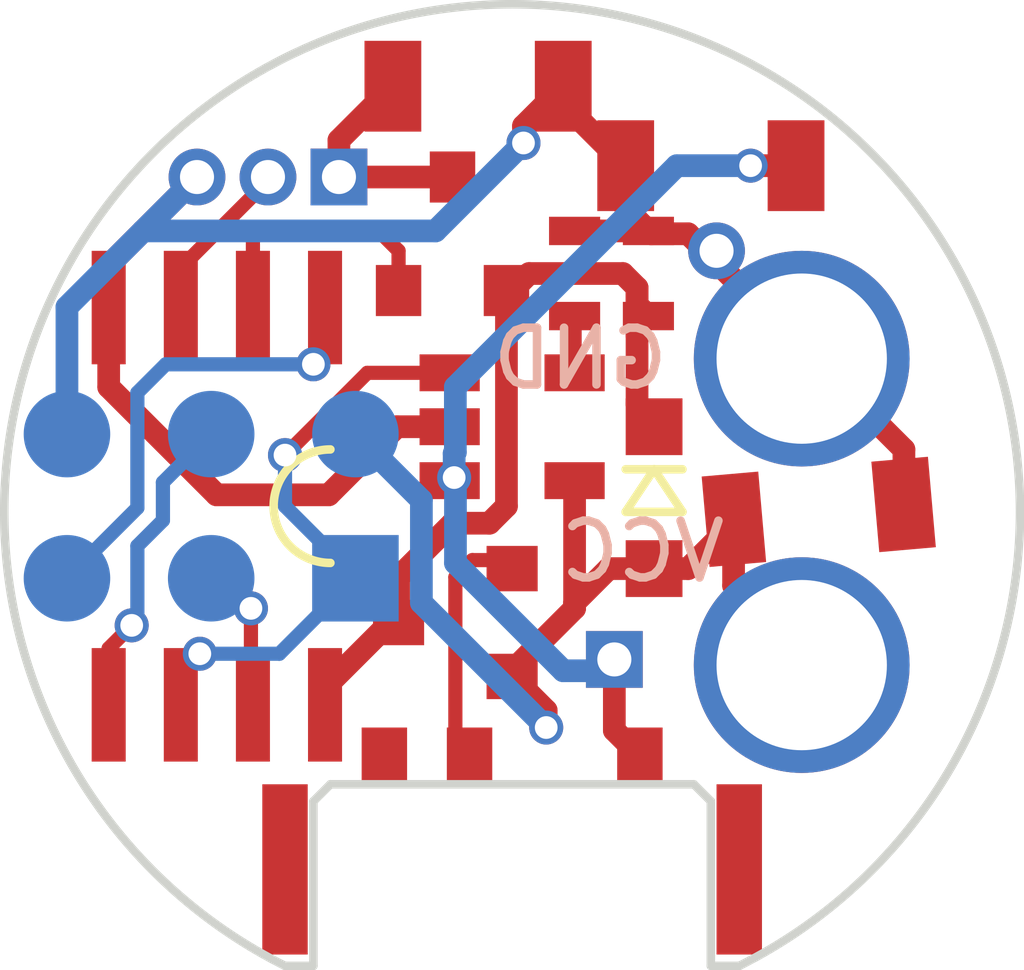
<source format=kicad_pcb>
(kicad_pcb (version 4) (host pcbnew 4.0.6+dfsg1-1)

  (general
    (links 33)
    (no_connects 0)
    (area -9.019273 -9.019273 9.019273 8.075001)
    (thickness 0.6)
    (drawings 8)
    (tracks 121)
    (zones 0)
    (modules 16)
    (nets 15)
  )

  (page A4)
  (layers
    (0 F.Cu signal)
    (31 B.Cu signal)
    (32 B.Adhes user)
    (33 F.Adhes user)
    (34 B.Paste user)
    (35 F.Paste user)
    (36 B.SilkS user)
    (37 F.SilkS user)
    (38 B.Mask user)
    (39 F.Mask user)
    (40 Dwgs.User user)
    (41 Cmts.User user)
    (42 Eco1.User user)
    (43 Eco2.User user)
    (44 Edge.Cuts user)
    (45 Margin user)
    (46 B.CrtYd user)
    (47 F.CrtYd user)
    (48 B.Fab user)
    (49 F.Fab user)
  )

  (setup
    (last_trace_width 0.25)
    (trace_clearance 0.2)
    (zone_clearance 0)
    (zone_45_only no)
    (trace_min 0.2)
    (segment_width 0.15)
    (edge_width 0.15)
    (via_size 0.6)
    (via_drill 0.4)
    (via_min_size 0.4)
    (via_min_drill 0.3)
    (uvia_size 0.3)
    (uvia_drill 0.1)
    (uvias_allowed no)
    (uvia_min_size 0.2)
    (uvia_min_drill 0.1)
    (pcb_text_width 0.3)
    (pcb_text_size 1.5 1.5)
    (mod_edge_width 0.15)
    (mod_text_size 1 1)
    (mod_text_width 0.15)
    (pad_size 3.8 3.8)
    (pad_drill 3)
    (pad_to_mask_clearance 0.2)
    (aux_axis_origin 0 0)
    (visible_elements FFFFFF7F)
    (pcbplotparams
      (layerselection 0x010f0_80000001)
      (usegerberextensions true)
      (excludeedgelayer true)
      (linewidth 0.100000)
      (plotframeref false)
      (viasonmask false)
      (mode 1)
      (useauxorigin false)
      (hpglpennumber 1)
      (hpglpenspeed 20)
      (hpglpendiameter 15)
      (hpglpenoverlay 2)
      (psnegative false)
      (psa4output false)
      (plotreference true)
      (plotvalue true)
      (plotinvisibletext false)
      (padsonsilk false)
      (subtractmaskfromsilk false)
      (outputformat 1)
      (mirror false)
      (drillshape 0)
      (scaleselection 1)
      (outputdirectory gerb/))
  )

  (net 0 "")
  (net 1 /VIN)
  (net 2 GND)
  (net 3 /RST)
  (net 4 /SCK)
  (net 5 /MISO)
  (net 6 /MOSI)
  (net 7 /PWRSW)
  (net 8 /DOUT)
  (net 9 /VLED)
  (net 10 /VBAT)
  (net 11 /VCC)
  (net 12 /PROG)
  (net 13 "Net-(Q1-Pad2)")
  (net 14 "Net-(SW1-Pad1)")

  (net_class Default "This is the default net class."
    (clearance 0.2)
    (trace_width 0.25)
    (via_dia 0.6)
    (via_drill 0.4)
    (uvia_dia 0.3)
    (uvia_drill 0.1)
    (add_net /DOUT)
    (add_net /MISO)
    (add_net /MOSI)
    (add_net /PROG)
    (add_net /PWRSW)
    (add_net /RST)
    (add_net /SCK)
    (add_net "Net-(Q1-Pad2)")
    (add_net "Net-(SW1-Pad1)")
  )

  (net_class power ""
    (clearance 0.2)
    (trace_width 0.4)
    (via_dia 0.6)
    (via_drill 0.4)
    (uvia_dia 0.3)
    (uvia_drill 0.1)
    (add_net /VBAT)
    (add_net /VCC)
    (add_net /VIN)
    (add_net /VLED)
    (add_net GND)
  )

  (module SMD_Packages:Conn-3 (layer F.Cu) (tedit 59C4362A) (tstamp 59C6C053)
    (at 0 4.8)
    (path /59C4106F)
    (attr smd)
    (fp_text reference SW1 (at 0.1 6.1) (layer F.SilkS) hide
      (effects (font (size 1 1) (thickness 0.15)))
    )
    (fp_text value CONN_01X03 (at 0 4.3) (layer F.Fab) hide
      (effects (font (size 1 1) (thickness 0.15)))
    )
    (pad 3 smd rect (at 2.25 -0.5) (size 0.8 1) (layers F.Cu F.Paste F.Mask)
      (net 10 /VBAT))
    (pad 2 smd rect (at -0.75 -0.5) (size 0.8 1) (layers F.Cu F.Paste F.Mask)
      (net 13 "Net-(Q1-Pad2)"))
    (pad 1 smd rect (at -2.25 -0.5) (size 0.8 1) (layers F.Cu F.Paste F.Mask)
      (net 14 "Net-(SW1-Pad1)"))
    (pad "" smd rect (at 4 1.5) (size 0.8 3) (layers F.Cu F.Paste F.Mask))
    (pad "" smd rect (at -4 1.5) (size 0.8 3) (layers F.Cu F.Paste F.Mask))
  )

  (module Pin_Headers:Pin_Header_Straight_1x02_Pitch2.54mm (layer F.Cu) (tedit 59C62F62) (tstamp 59C6C04A)
    (at 1.8 2.6 90)
    (descr "Through hole straight pin header, 1x02, 2.54mm pitch, single row")
    (tags "Through hole pin header THT 1x02 2.54mm single row")
    (path /5898F9DF)
    (fp_text reference P3 (at 0 -2.39 90) (layer F.SilkS) hide
      (effects (font (size 1 1) (thickness 0.15)))
    )
    (fp_text value BATT (at 0 4.93 90) (layer F.Fab) hide
      (effects (font (size 1 1) (thickness 0.15)))
    )
    (pad 1 thru_hole rect (at 0 0 90) (size 1 1) (drill 0.6) (layers *.Cu *.Mask)
      (net 10 /VBAT))
    (pad 2 thru_hole oval (at 7.2 1.8 90) (size 1 1) (drill 0.6) (layers *.Cu *.Mask)
      (net 2 GND))
  )

  (module Pin_Headers:Pin_Header_Straight_1x03_Pitch2.54mm (layer F.Cu) (tedit 59C42A24) (tstamp 59C6C036)
    (at -3.050001 -5.9 270)
    (descr "Through hole straight pin header, 1x03, 2.54mm pitch, single row")
    (tags "Through hole pin header THT 1x03 2.54mm single row")
    (path /5898FABF)
    (fp_text reference P1 (at 0 -2.39 270) (layer F.SilkS) hide
      (effects (font (size 1 1) (thickness 0.15)))
    )
    (fp_text value LEDBALL (at 0 7.47 270) (layer F.Fab) hide
      (effects (font (size 1 1) (thickness 0.15)))
    )
    (pad 1 thru_hole rect (at 0 0 270) (size 1 1) (drill 0.6) (layers *.Cu *.Mask)
      (net 9 /VLED))
    (pad 2 thru_hole oval (at 0 1.25 270) (size 1 1) (drill 0.6) (layers *.Cu *.Mask)
      (net 8 /DOUT))
    (pad 3 thru_hole oval (at 0 2.5 270) (size 1 1) (drill 0.6) (layers *.Cu *.Mask)
      (net 2 GND))
  )

  (module Pin_Headers:Pin_Header_Straight_1x01_Pitch2.54mm (layer B.Cu) (tedit 59C41BEB) (tstamp 59C6C021)
    (at 5.1 -2.7)
    (descr "Through hole straight pin header, 1x01, 2.54mm pitch, single row")
    (tags "Through hole pin header THT 1x01 2.54mm single row")
    (path /59C40D58)
    (fp_text reference GND (at -3.9 0) (layer B.SilkS)
      (effects (font (size 1 1) (thickness 0.15)) (justify mirror))
    )
    (fp_text value CONN_01X01 (at 0 -2.39) (layer B.Fab) hide
      (effects (font (size 1 1) (thickness 0.15)) (justify mirror))
    )
    (pad 1 thru_hole circle (at 0 0) (size 3.8 3.8) (drill 3) (layers *.Cu *.Mask)
      (net 2 GND))
  )

  (module Pin_Headers:Pin_Header_Straight_1x01_Pitch2.54mm (layer B.Cu) (tedit 59C41BE5) (tstamp 59C6C00E)
    (at 5.1 2.7 180)
    (descr "Through hole straight pin header, 1x01, 2.54mm pitch, single row")
    (tags "Through hole pin header THT 1x01 2.54mm single row")
    (path /59C40CAD)
    (fp_text reference VCC (at 2.8 2 180) (layer B.SilkS)
      (effects (font (size 1 1) (thickness 0.15)) (justify mirror))
    )
    (fp_text value CONN_01X01 (at 0 -2.39 180) (layer B.Fab) hide
      (effects (font (size 1 1) (thickness 0.15)) (justify mirror))
    )
    (pad 1 thru_hole circle (at 0 0 180) (size 3.8 3.8) (drill 3) (layers *.Cu *.Mask)
      (net 1 /VIN))
  )

  (module soic8:SO8E (layer F.Cu) (tedit 589CAF75) (tstamp 5899092B)
    (at -5.2 -0.1 180)
    (descr "module CMS SOJ 8 pins etroit")
    (tags "CMS SOJ")
    (path /5898F0F4)
    (attr smd)
    (fp_text reference IC1 (at 0 -0.889 180) (layer F.SilkS) hide
      (effects (font (size 1.143 1.143) (thickness 0.1524)))
    )
    (fp_text value ATTINY85-S (at 0 1.016 180) (layer F.SilkS) hide
      (effects (font (size 0.889 0.889) (thickness 0.1524)))
    )
    (fp_arc (start -2 0) (end -1 0) (angle 90) (layer F.SilkS) (width 0.15))
    (fp_arc (start -2 0) (end -2 -1) (angle 90) (layer F.SilkS) (width 0.15))
    (pad 8 smd rect (at -1.905 -3.5 180) (size 0.59944 2) (layers F.Cu F.Paste F.Mask)
      (net 11 /VCC))
    (pad 1 smd rect (at -1.905 3.5 180) (size 0.59944 2) (layers F.Cu F.Paste F.Mask)
      (net 3 /RST))
    (pad 7 smd rect (at -0.635 -3.5 180) (size 0.59944 2) (layers F.Cu F.Paste F.Mask)
      (net 4 /SCK))
    (pad 6 smd rect (at 0.635 -3.5 180) (size 0.59944 2) (layers F.Cu F.Paste F.Mask)
      (net 5 /MISO))
    (pad 5 smd rect (at 1.905 -3.5 180) (size 0.59944 2) (layers F.Cu F.Paste F.Mask)
      (net 6 /MOSI))
    (pad 2 smd rect (at -0.635 3.5 180) (size 0.59944 2) (layers F.Cu F.Paste F.Mask)
      (net 7 /PWRSW))
    (pad 3 smd rect (at 0.635 3.5 180) (size 0.59944 2) (layers F.Cu F.Paste F.Mask)
      (net 8 /DOUT))
    (pad 4 smd rect (at 1.905 3.5 180) (size 0.59944 2) (layers F.Cu F.Paste F.Mask)
      (net 2 GND))
    (model Housings_SOIC.3dshapes/SOIJ-8_5.3x5.3mm_Pitch1.27mm.wrl
      (at (xyz 0 0 0))
      (scale (xyz 1 1 1))
      (rotate (xyz 0 0 90))
    )
  )

  (module Capacitors_SMD:C_1206 (layer F.Cu) (tedit 58991F5E) (tstamp 589908E9)
    (at 5.4 0 5)
    (descr "Capacitor SMD 1206, reflow soldering, AVX (see smccp.pdf)")
    (tags "capacitor 1206")
    (path /58990F90)
    (attr smd)
    (fp_text reference C1 (at 0 -2.3 5) (layer F.SilkS) hide
      (effects (font (size 1 1) (thickness 0.15)))
    )
    (fp_text value 4u7 (at 0 2.3 5) (layer F.Fab) hide
      (effects (font (size 1 1) (thickness 0.15)))
    )
    (pad 1 smd rect (at -1.5 0 5) (size 1 1.6) (layers F.Cu F.Paste F.Mask)
      (net 1 /VIN))
    (pad 2 smd rect (at 1.5 0 5) (size 1 1.6) (layers F.Cu F.Paste F.Mask)
      (net 2 GND))
    (model Capacitors_SMD.3dshapes/C_1206.wrl
      (at (xyz 0 0 0))
      (scale (xyz 1 1 1))
      (rotate (xyz 0 0 0))
    )
  )

  (module Capacitors_SMD:C_0603 (layer F.Cu) (tedit 589D2177) (tstamp 589D2405)
    (at 2.4 -4.2 90)
    (descr "Capacitor SMD 0603, reflow soldering, AVX (see smccp.pdf)")
    (tags "capacitor 0603")
    (path /589D7C16)
    (attr smd)
    (fp_text reference C4 (at 0 -1.9 90) (layer F.SilkS) hide
      (effects (font (size 1 1) (thickness 0.15)))
    )
    (fp_text value 100n (at 0 1.9 90) (layer F.Fab) hide
      (effects (font (size 1 1) (thickness 0.15)))
    )
    (pad 1 smd rect (at -0.75 0 90) (size 0.5 0.9) (layers F.Cu F.Paste F.Mask)
      (net 11 /VCC))
    (pad 2 smd rect (at 0.75 0 90) (size 0.5 0.9) (layers F.Cu F.Paste F.Mask)
      (net 2 GND))
    (model Capacitors_SMD.3dshapes/C_0603.wrl
      (at (xyz 0 0 0))
      (scale (xyz 1 1 1))
      (rotate (xyz 0 0 0))
    )
  )

  (module TO_SOT_Packages_SMD:SOT-23-5 (layer F.Cu) (tedit 5899346D) (tstamp 58990E15)
    (at 0 -1.5)
    (descr "5-pin SOT23 package")
    (tags SOT-23-5)
    (path /5898F60F)
    (attr smd)
    (fp_text reference U1 (at 0 -2.9) (layer F.SilkS) hide
      (effects (font (size 1 1) (thickness 0.15)))
    )
    (fp_text value MCP73831 (at 0 2.9) (layer F.Fab) hide
      (effects (font (size 1 1) (thickness 0.15)))
    )
    (pad 1 smd rect (at -1.1 -0.95) (size 1.06 0.65) (layers F.Cu F.Paste F.Mask)
      (net 5 /MISO))
    (pad 2 smd rect (at -1.1 0) (size 1.06 0.65) (layers F.Cu F.Paste F.Mask)
      (net 2 GND))
    (pad 3 smd rect (at -1.1 0.95) (size 1.06 0.65) (layers F.Cu F.Paste F.Mask)
      (net 10 /VBAT))
    (pad 4 smd rect (at 1.1 0.95) (size 1.06 0.65) (layers F.Cu F.Paste F.Mask)
      (net 1 /VIN))
    (pad 5 smd rect (at 1.1 -0.95) (size 1.06 0.65) (layers F.Cu F.Paste F.Mask)
      (net 12 /PROG))
    (model TO_SOT_Packages_SMD.3dshapes/SOT-23-5.wrl
      (at (xyz 0 0 0))
      (scale (xyz 1 1 1))
      (rotate (xyz 0 0 0))
    )
  )

  (module Diodes_SMD:SOD-323_HandSoldering (layer F.Cu) (tedit 589CF8E8) (tstamp 5899091F)
    (at 2.5 -0.250001 270)
    (descr SOD-323)
    (tags SOD-323)
    (path /5898F7E4)
    (attr smd)
    (fp_text reference D1 (at 0 -1.85 270) (layer F.SilkS) hide
      (effects (font (size 1 1) (thickness 0.15)))
    )
    (fp_text value D_Schottky (at 0.1 1.9 270) (layer F.Fab) hide
      (effects (font (size 1 1) (thickness 0.15)))
    )
    (fp_line (start -0.5 0) (end 0.25 -0.5) (layer F.SilkS) (width 0.15))
    (fp_line (start 0.25 -0.5) (end 0.25 0.5) (layer F.SilkS) (width 0.15))
    (fp_line (start 0.25 0.5) (end -0.5 0) (layer F.SilkS) (width 0.15))
    (fp_line (start -0.5 -0.5) (end -0.5 0.5) (layer F.SilkS) (width 0.15))
    (pad 1 smd rect (at -1.25 0 270) (size 1 1) (layers F.Cu F.Paste F.Mask)
      (net 11 /VCC))
    (pad 2 smd rect (at 1.25 0 270) (size 1 1) (layers F.Cu F.Paste F.Mask)
      (net 1 /VIN))
    (model Diodes_SMD.3dshapes/SOD-323.wrl
      (at (xyz 0 0 0))
      (scale (xyz 1 1 1))
      (rotate (xyz 0 0 180))
    )
  )

  (module Resistors_SMD:R_0603 (layer F.Cu) (tedit 589BB010) (tstamp 58990961)
    (at 1.1 -4.2 270)
    (descr "Resistor SMD 0603, reflow soldering, Vishay (see dcrcw.pdf)")
    (tags "resistor 0603")
    (path /58990110)
    (attr smd)
    (fp_text reference R1 (at 0 -1.9 270) (layer F.SilkS) hide
      (effects (font (size 1 1) (thickness 0.15)))
    )
    (fp_text value 15K (at 0 1.9 270) (layer F.Fab) hide
      (effects (font (size 1 1) (thickness 0.15)))
    )
    (pad 1 smd rect (at -0.75 0 270) (size 0.5 0.9) (layers F.Cu F.Paste F.Mask)
      (net 2 GND))
    (pad 2 smd rect (at 0.75 0 270) (size 0.5 0.9) (layers F.Cu F.Paste F.Mask)
      (net 12 /PROG))
    (model Resistors_SMD.3dshapes/R_0603.wrl
      (at (xyz 0 0 0))
      (scale (xyz 1 1 1))
      (rotate (xyz 0 0 0))
    )
  )

  (module TO_SOT_Packages_SMD:SOT-23 (layer F.Cu) (tedit 589934AF) (tstamp 5899093E)
    (at -1 1.95 180)
    (descr "SOT-23, Standard")
    (tags SOT-23)
    (path /5898F25B)
    (attr smd)
    (fp_text reference Q1 (at 0 -2.5 180) (layer F.SilkS) hide
      (effects (font (size 1 1) (thickness 0.15)))
    )
    (fp_text value "AO2401-P Mosfet" (at 0 2.5 180) (layer F.Fab) hide
      (effects (font (size 1 1) (thickness 0.15)))
    )
    (pad 1 smd rect (at -1 -0.95 180) (size 0.9 0.8) (layers F.Cu F.Paste F.Mask)
      (net 1 /VIN))
    (pad 2 smd rect (at -1 0.95 180) (size 0.9 0.8) (layers F.Cu F.Paste F.Mask)
      (net 13 "Net-(Q1-Pad2)"))
    (pad 3 smd rect (at 1 0 180) (size 0.9 0.8) (layers F.Cu F.Paste F.Mask)
      (net 11 /VCC))
    (model TO_SOT_Packages_SMD.3dshapes/SOT-23.wrl
      (at (xyz 0 0 0))
      (scale (xyz 1 1 1))
      (rotate (xyz 0 0 90))
    )
  )

  (module Capacitors_SMD:C_1206 (layer F.Cu) (tedit 58991F74) (tstamp 589908F9)
    (at -0.6 -7.5)
    (descr "Capacitor SMD 1206, reflow soldering, AVX (see smccp.pdf)")
    (tags "capacitor 1206")
    (path /58992AB6)
    (attr smd)
    (fp_text reference C2 (at 0 -2.3) (layer F.SilkS) hide
      (effects (font (size 1 1) (thickness 0.15)))
    )
    (fp_text value 4u7 (at 0 2.3) (layer F.Fab) hide
      (effects (font (size 1 1) (thickness 0.15)))
    )
    (pad 1 smd rect (at -1.5 0) (size 1 1.6) (layers F.Cu F.Paste F.Mask)
      (net 9 /VLED))
    (pad 2 smd rect (at 1.5 0) (size 1 1.6) (layers F.Cu F.Paste F.Mask)
      (net 2 GND))
    (model Capacitors_SMD.3dshapes/C_1206.wrl
      (at (xyz 0 0 0))
      (scale (xyz 1 1 1))
      (rotate (xyz 0 0 0))
    )
  )

  (module Capacitors_SMD:C_1206 (layer F.Cu) (tedit 589920CE) (tstamp 58990909)
    (at 3.5 -6.1 180)
    (descr "Capacitor SMD 1206, reflow soldering, AVX (see smccp.pdf)")
    (tags "capacitor 1206")
    (path /58992D26)
    (attr smd)
    (fp_text reference C3 (at 0 -2.3 180) (layer F.SilkS) hide
      (effects (font (size 1 1) (thickness 0.15)))
    )
    (fp_text value 4u7 (at 0 2.3 180) (layer F.Fab) hide
      (effects (font (size 1 1) (thickness 0.15)))
    )
    (pad 1 smd rect (at -1.5 0 180) (size 1 1.6) (layers F.Cu F.Paste F.Mask)
      (net 10 /VBAT))
    (pad 2 smd rect (at 1.5 0 180) (size 1 1.6) (layers F.Cu F.Paste F.Mask)
      (net 2 GND))
    (model Capacitors_SMD.3dshapes/C_1206.wrl
      (at (xyz 0 0 0))
      (scale (xyz 1 1 1))
      (rotate (xyz 0 0 0))
    )
  )

  (module TO_SOT_Packages_SMD:SOT-23 (layer F.Cu) (tedit 58992D70) (tstamp 58990951)
    (at -1.05 -4.9 90)
    (descr "SOT-23, Standard")
    (tags SOT-23)
    (path /58991991)
    (attr smd)
    (fp_text reference Q2 (at 0 -2.5 90) (layer F.SilkS) hide
      (effects (font (size 1 1) (thickness 0.15)))
    )
    (fp_text value "AO2401-P Mosfet" (at 0 2.5 90) (layer F.Fab) hide
      (effects (font (size 1 1) (thickness 0.15)))
    )
    (pad 1 smd rect (at -1 -0.95 90) (size 0.9 0.8) (layers F.Cu F.Paste F.Mask)
      (net 7 /PWRSW))
    (pad 2 smd rect (at -1 0.95 90) (size 0.9 0.8) (layers F.Cu F.Paste F.Mask)
      (net 11 /VCC))
    (pad 3 smd rect (at 1 0 90) (size 0.9 0.8) (layers F.Cu F.Paste F.Mask)
      (net 9 /VLED))
    (model TO_SOT_Packages_SMD.3dshapes/SOT-23.wrl
      (at (xyz 0 0 0))
      (scale (xyz 1 1 1))
      (rotate (xyz 0 0 90))
    )
  )

  (module avr:pin_array_3x2 (layer B.Cu) (tedit 5527C087) (tstamp 589B5716)
    (at -5.3 -0.1 180)
    (descr "Double rangee de contacts 2 x 4 pins")
    (tags CONN)
    (path /5898F050)
    (fp_text reference CON1 (at 0 3.81 180) (layer B.SilkS) hide
      (effects (font (size 1.016 1.016) (thickness 0.2032)) (justify mirror))
    )
    (fp_text value AVR-ISP-6 (at 0 -3.81 180) (layer B.SilkS) hide
      (effects (font (size 1.016 1.016) (thickness 0.2032)) (justify mirror))
    )
    (pad 1 smd rect (at -2.54 -1.27 180) (size 1.524 1.524) (layers B.Cu B.Paste B.Mask)
      (net 5 /MISO))
    (pad 2 smd circle (at -2.54 1.27 180) (size 1.524 1.524) (layers B.Cu B.Paste B.Mask)
      (net 1 /VIN))
    (pad 3 smd circle (at 0 -1.27 180) (size 1.524 1.524) (layers B.Cu B.Paste B.Mask)
      (net 4 /SCK))
    (pad 4 smd circle (at 0 1.27 180) (size 1.524 1.524) (layers B.Cu B.Paste B.Mask)
      (net 6 /MOSI))
    (pad 5 smd circle (at 2.54 -1.27 180) (size 1.524 1.524) (layers B.Cu B.Paste B.Mask)
      (net 3 /RST))
    (pad 6 smd circle (at 2.54 1.27 180) (size 1.524 1.524) (layers B.Cu B.Paste B.Mask)
      (net 2 GND))
    (model pin_array/pins_array_3x2.wrl
      (at (xyz 0 0 0))
      (scale (xyz 1 1 1))
      (rotate (xyz 0 0 0))
    )
  )

  (gr_line (start -3.5 8) (end -4 8) (layer Edge.Cuts) (width 0.15))
  (gr_line (start 4 8) (end 3.5 8) (layer Edge.Cuts) (width 0.15))
  (gr_line (start 3.5 5.1) (end 3.5 8) (angle 90) (layer Edge.Cuts) (width 0.15))
  (gr_line (start 3.2 4.8) (end 3.5 5.1) (angle 90) (layer Edge.Cuts) (width 0.15))
  (gr_line (start -3.2 4.8) (end 3.2 4.8) (angle 90) (layer Edge.Cuts) (width 0.15))
  (gr_line (start -3.5 5.1) (end -3.2 4.8) (angle 90) (layer Edge.Cuts) (width 0.15))
  (gr_line (start -3.5 8) (end -3.5 5.1) (angle 90) (layer Edge.Cuts) (width 0.15))
  (gr_arc (start 0 0) (end -4 8) (angle 306.8699005) (layer Edge.Cuts) (width 0.15))

  (segment (start 0.6 3.8) (end 0.6 3.5) (width 0.4) (layer F.Cu) (net 1))
  (segment (start 0.6 3.5) (end 0 2.9) (width 0.4) (layer F.Cu) (net 1))
  (segment (start -1.597999 -0.207999) (end -1.597999 1.602001) (width 0.4) (layer B.Cu) (net 1))
  (segment (start -1.597999 1.602001) (end 0.6 3.8) (width 0.4) (layer B.Cu) (net 1))
  (via (at 0.6 3.8) (size 0.6) (drill 0.4) (layers F.Cu B.Cu) (net 1))
  (segment (start 3.9 0) (end 3.9 1.3) (width 0.4) (layer F.Cu) (net 1))
  (segment (start 3.9 1.3) (end 5.3 2.7) (width 0.4) (layer F.Cu) (net 1))
  (segment (start -2.76 -1.37) (end -1.597999 -0.207999) (width 0.4) (layer B.Cu) (net 1))
  (segment (start 2.6 0.999999) (end 3.100001 0.999999) (width 0.4) (layer F.Cu) (net 1))
  (segment (start 3.100001 0.999999) (end 4.1 0) (width 0.4) (layer F.Cu) (net 1))
  (segment (start 2.6 0.999999) (end 1.7 0.999999) (width 0.4) (layer F.Cu) (net 1))
  (segment (start 1.7 0.999999) (end 1.1 1.599999) (width 0.4) (layer F.Cu) (net 1))
  (segment (start 1.1 1.599999) (end 1.1 1.7) (width 0.4) (layer F.Cu) (net 1))
  (segment (start 0.05 2.75) (end 1.1 1.7) (width 0.4) (layer F.Cu) (net 1))
  (segment (start 1.1 1.7) (end 1.1 -0.55) (width 0.4) (layer F.Cu) (net 1))
  (segment (start 0.2 -6.5) (end 0.2 -6.8) (width 0.4) (layer F.Cu) (net 2))
  (segment (start 0.2 -6.8) (end 0.9 -7.5) (width 0.4) (layer F.Cu) (net 2))
  (segment (start -6.5 -4.950001) (end -5.550001 -5.9) (width 0.4) (layer B.Cu) (net 2))
  (segment (start -7.84 -3.610001) (end -6.5 -4.950001) (width 0.4) (layer B.Cu) (net 2))
  (segment (start -6.5 -4.950001) (end -1.349999 -4.950001) (width 0.4) (layer B.Cu) (net 2))
  (via (at 0.2 -6.5) (size 0.6) (drill 0.4) (layers F.Cu B.Cu) (net 2))
  (segment (start -1.349999 -4.950001) (end 0.2 -6.5) (width 0.4) (layer B.Cu) (net 2))
  (segment (start 3.1 -4.9) (end 3.6 -4.4) (width 0.4) (layer F.Cu) (net 2))
  (segment (start 3.6 -4.4) (end 5.3 -2.7) (width 0.4) (layer F.Cu) (net 2))
  (segment (start 6.9 0) (end 6.9 -1.1) (width 0.4) (layer F.Cu) (net 2))
  (segment (start 6.9 -1.1) (end 5.3 -2.7) (width 0.4) (layer F.Cu) (net 2))
  (segment (start 3.1 -4.9) (end 2.45 -4.9) (width 0.4) (layer F.Cu) (net 2))
  (segment (start 2.45 -4.9) (end 2.4 -4.95) (width 0.4) (layer F.Cu) (net 2))
  (segment (start 2 -6.1) (end 2 -5.35) (width 0.4) (layer F.Cu) (net 2))
  (segment (start 2 -5.35) (end 2.4 -4.95) (width 0.4) (layer F.Cu) (net 2))
  (segment (start 0.9 -7.5) (end 0.9 -7.2) (width 0.4) (layer F.Cu) (net 2))
  (segment (start 0.9 -7.2) (end 2 -6.1) (width 0.4) (layer F.Cu) (net 2))
  (segment (start 1.1 -4.95) (end 2.4 -4.95) (width 0.4) (layer F.Cu) (net 2))
  (segment (start -1.1 -1.5) (end -2.03 -1.5) (width 0.4) (layer F.Cu) (net 2))
  (segment (start -5.204999 -0.299999) (end -7.105 -2.2) (width 0.4) (layer F.Cu) (net 2))
  (segment (start -2.03 -1.5) (end -3.230001 -0.299999) (width 0.4) (layer F.Cu) (net 2))
  (segment (start -3.230001 -0.299999) (end -5.204999 -0.299999) (width 0.4) (layer F.Cu) (net 2))
  (segment (start -7.105 -2.2) (end -7.105 -3.6) (width 0.4) (layer F.Cu) (net 2))
  (segment (start -7.84 -1.37) (end -7.84 -3.610001) (width 0.4) (layer B.Cu) (net 2))
  (segment (start -5.550001 -5.9) (end -7.105 -4.345001) (width 0.4) (layer F.Cu) (net 2))
  (segment (start -7.105 -4.345001) (end -7.105 -3.6) (width 0.4) (layer F.Cu) (net 2))
  (segment (start -6.6 -0.07) (end -6.6 -2.1) (width 0.25) (layer B.Cu) (net 3))
  (segment (start -3.5 -2.6) (end -6.1 -2.6) (width 0.25) (layer B.Cu) (net 3))
  (segment (start -6.1 -2.6) (end -6.6 -2.1) (width 0.25) (layer B.Cu) (net 3))
  (segment (start -3.295 -3.6) (end -3.295 -2.805) (width 0.25) (layer F.Cu) (net 3))
  (segment (start -3.295 -2.805) (end -3.5 -2.6) (width 0.25) (layer F.Cu) (net 3))
  (via (at -3.5 -2.6) (size 0.6) (drill 0.4) (layers F.Cu B.Cu) (net 3))
  (segment (start -3.295 -3.6) (end -3.295 -2.905) (width 0.25) (layer F.Cu) (net 3))
  (segment (start -7.84 1.17) (end -6.6 -0.07) (width 0.25) (layer B.Cu) (net 3))
  (segment (start -4.6 1.7) (end -4.6 3.365) (width 0.25) (layer F.Cu) (net 4))
  (segment (start -4.6 3.365) (end -4.565 3.4) (width 0.25) (layer F.Cu) (net 4))
  (segment (start -5.3 1.17) (end -5.13 1.17) (width 0.25) (layer B.Cu) (net 4))
  (segment (start -5.13 1.17) (end -4.6 1.7) (width 0.25) (layer B.Cu) (net 4))
  (via (at -4.6 1.7) (size 0.6) (drill 0.4) (layers F.Cu B.Cu) (net 4))
  (segment (start -2.76 1.17) (end -2.77 1.17) (width 0.25) (layer B.Cu) (net 5))
  (segment (start -2.77 1.17) (end -4.1 2.5) (width 0.25) (layer B.Cu) (net 5))
  (segment (start -4.1 2.5) (end -5.5 2.5) (width 0.25) (layer B.Cu) (net 5))
  (segment (start -4 -1) (end -4 -0.1) (width 0.25) (layer B.Cu) (net 5))
  (segment (start -4 -0.1) (end -2.76 1.14) (width 0.25) (layer B.Cu) (net 5))
  (segment (start -2.76 1.14) (end -2.76 1.17) (width 0.25) (layer B.Cu) (net 5))
  (segment (start -5.835 3.4) (end -5.835 2.835) (width 0.25) (layer F.Cu) (net 5))
  (segment (start -5.835 2.835) (end -5.5 2.5) (width 0.25) (layer F.Cu) (net 5))
  (segment (start -1.1 -2.45) (end -2.55 -2.45) (width 0.25) (layer F.Cu) (net 5))
  (segment (start -2.55 -2.45) (end -4 -1) (width 0.25) (layer F.Cu) (net 5))
  (via (at -4 -1) (size 0.6) (drill 0.4) (layers F.Cu B.Cu) (net 5))
  (via (at -5.5 2.5) (size 0.6) (drill 0.4) (layers F.Cu B.Cu) (net 5))
  (segment (start -6.7 2) (end -7.105 2.405) (width 0.25) (layer F.Cu) (net 6))
  (segment (start -7.105 2.405) (end -7.105 3.4) (width 0.25) (layer F.Cu) (net 6))
  (segment (start -6.6 0.6) (end -6.6 1.9) (width 0.25) (layer B.Cu) (net 6))
  (segment (start -6.6 1.9) (end -6.7 2) (width 0.25) (layer B.Cu) (net 6))
  (via (at -6.7 2) (size 0.6) (drill 0.4) (layers F.Cu B.Cu) (net 6))
  (segment (start -6.14999 0.14999) (end -6.6 0.6) (width 0.25) (layer B.Cu) (net 6))
  (segment (start -5.3 -1.37) (end -6.14999 -0.52001) (width 0.25) (layer B.Cu) (net 6))
  (segment (start -6.14999 -0.52001) (end -6.14999 0.14999) (width 0.25) (layer B.Cu) (net 6))
  (segment (start -4.565 -3.6) (end -4.565 -4.85) (width 0.25) (layer F.Cu) (net 7))
  (segment (start -4.415 -5) (end -2.4 -5) (width 0.25) (layer F.Cu) (net 7))
  (segment (start -4.565 -4.85) (end -4.415 -5) (width 0.25) (layer F.Cu) (net 7))
  (segment (start -2.4 -5) (end -2 -4.6) (width 0.25) (layer F.Cu) (net 7))
  (segment (start -2 -4.6) (end -2 -3.9) (width 0.25) (layer F.Cu) (net 7))
  (segment (start -5.835 -3.6) (end -5.835 -4.30028) (width 0.25) (layer F.Cu) (net 8))
  (segment (start -5.835 -4.30028) (end -4.300001 -5.835279) (width 0.25) (layer F.Cu) (net 8))
  (segment (start -4.300001 -5.835279) (end -4.300001 -5.9) (width 0.25) (layer F.Cu) (net 8))
  (segment (start -3.050001 -5.9) (end -3.050001 -6.549999) (width 0.4) (layer F.Cu) (net 9))
  (segment (start -3.050001 -6.549999) (end -2.1 -7.5) (width 0.4) (layer F.Cu) (net 9))
  (segment (start -1.05 -5.9) (end -3.050001 -5.9) (width 0.4) (layer F.Cu) (net 9))
  (segment (start -1.020967 -0.604276) (end -1.020967 -1.02854) (width 0.4) (layer B.Cu) (net 10))
  (segment (start -1.020967 -1.02854) (end -1 -1.049507) (width 0.4) (layer B.Cu) (net 10))
  (segment (start -1 -1.049507) (end -1 -2.2) (width 0.4) (layer B.Cu) (net 10))
  (segment (start -1 -2.2) (end 2.9 -6.1) (width 0.4) (layer B.Cu) (net 10))
  (segment (start 2.9 -6.1) (end 4.2 -6.1) (width 0.4) (layer B.Cu) (net 10))
  (segment (start 4.2 -6.1) (end 5 -6.1) (width 0.4) (layer F.Cu) (net 10))
  (via (at 4.2 -6.1) (size 0.6) (drill 0.4) (layers F.Cu B.Cu) (net 10))
  (segment (start -1.020967 -0.604276) (end -0.997989 -0.581298) (width 0.4) (layer B.Cu) (net 10))
  (segment (start -0.997989 -0.581298) (end -0.997989 0.902011) (width 0.4) (layer B.Cu) (net 10))
  (segment (start -0.997989 0.902011) (end 0.9 2.8) (width 0.4) (layer B.Cu) (net 10))
  (segment (start 0.9 2.8) (end 1.8 2.8) (width 0.4) (layer B.Cu) (net 10))
  (segment (start 1.8 2.8) (end 1.8 3.85) (width 0.4) (layer F.Cu) (net 10))
  (segment (start 1.8 3.85) (end 2.25 4.3) (width 0.4) (layer F.Cu) (net 10))
  (via (at -1.020967 -0.604276) (size 0.6) (drill 0.4) (layers F.Cu B.Cu) (net 10))
  (segment (start -0.1 -3.9) (end -0.1 -0.1) (width 0.4) (layer F.Cu) (net 11))
  (segment (start -0.1 -0.1) (end -0.399999 0.199999) (width 0.4) (layer F.Cu) (net 11))
  (segment (start 2.2 -3.95) (end 2.2 -3.65) (width 0.4) (layer F.Cu) (net 11))
  (segment (start 2.2 -3.65) (end 2.4 -3.45) (width 0.4) (layer F.Cu) (net 11) (tstamp 59C43BC3))
  (segment (start 2.2 -3.1) (end 2.2 -1.900001) (width 0.4) (layer F.Cu) (net 11))
  (segment (start 2.2 -1.900001) (end 2.6 -1.500001) (width 0.4) (layer F.Cu) (net 11))
  (segment (start 0 -3.8) (end -0.1 -3.9) (width 0.4) (layer F.Cu) (net 11))
  (segment (start -2 1.95) (end -2 1.15) (width 0.4) (layer F.Cu) (net 11))
  (segment (start -2 1.15) (end -1.049999 0.199999) (width 0.4) (layer F.Cu) (net 11))
  (segment (start -1.049999 0.199999) (end -0.399999 0.199999) (width 0.4) (layer F.Cu) (net 11))
  (segment (start -0.1 -3.9) (end 0 -3.9) (width 0.4) (layer F.Cu) (net 11))
  (segment (start 0 -3.9) (end 0.3 -4.2) (width 0.4) (layer F.Cu) (net 11))
  (segment (start 0.3 -4.2) (end 1.95 -4.2) (width 0.4) (layer F.Cu) (net 11))
  (segment (start 1.95 -4.2) (end 2.2 -3.95) (width 0.4) (layer F.Cu) (net 11))
  (segment (start 2.2 -3.95) (end 2.2 -3.1) (width 0.4) (layer F.Cu) (net 11))
  (segment (start -3.295 3.4) (end -3.295 3.095) (width 0.4) (layer F.Cu) (net 11))
  (segment (start -3.295 3.095) (end -2 1.8) (width 0.4) (layer F.Cu) (net 11))
  (segment (start 1.1 -2.45) (end 1.1 -3.45) (width 0.25) (layer F.Cu) (net 12))
  (segment (start 0 0.85) (end -0.7 0.85) (width 0.25) (layer F.Cu) (net 13))
  (segment (start -0.7 0.85) (end -1 1.15) (width 0.25) (layer F.Cu) (net 13))
  (segment (start -1 1.15) (end -1 4.05) (width 0.25) (layer F.Cu) (net 13))
  (segment (start -1 4.05) (end -0.75 4.3) (width 0.25) (layer F.Cu) (net 13))

)

</source>
